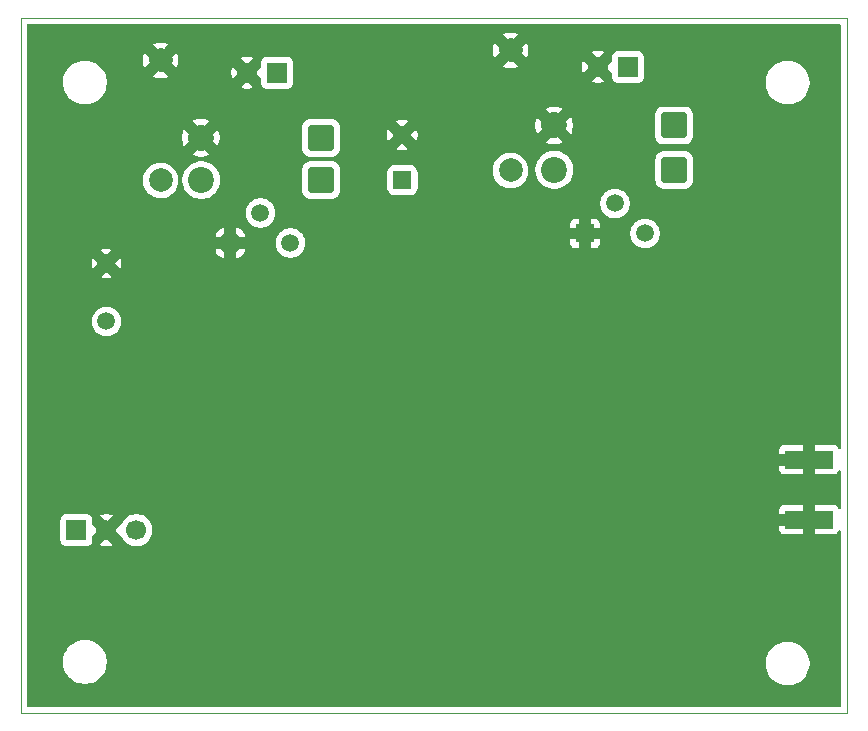
<source format=gbr>
%TF.GenerationSoftware,KiCad,Pcbnew,9.0.5*%
%TF.CreationDate,2025-10-20T09:35:52-03:00*%
%TF.ProjectId,synthesizer,73796e74-6865-4736-997a-65722e6b6963,rev?*%
%TF.SameCoordinates,Original*%
%TF.FileFunction,Copper,L2,Bot*%
%TF.FilePolarity,Positive*%
%FSLAX46Y46*%
G04 Gerber Fmt 4.6, Leading zero omitted, Abs format (unit mm)*
G04 Created by KiCad (PCBNEW 9.0.5) date 2025-10-20 09:35:52*
%MOMM*%
%LPD*%
G01*
G04 APERTURE LIST*
G04 Aperture macros list*
%AMRoundRect*
0 Rectangle with rounded corners*
0 $1 Rounding radius*
0 $2 $3 $4 $5 $6 $7 $8 $9 X,Y pos of 4 corners*
0 Add a 4 corners polygon primitive as box body*
4,1,4,$2,$3,$4,$5,$6,$7,$8,$9,$2,$3,0*
0 Add four circle primitives for the rounded corners*
1,1,$1+$1,$2,$3*
1,1,$1+$1,$4,$5*
1,1,$1+$1,$6,$7*
1,1,$1+$1,$8,$9*
0 Add four rect primitives between the rounded corners*
20,1,$1+$1,$2,$3,$4,$5,0*
20,1,$1+$1,$4,$5,$6,$7,0*
20,1,$1+$1,$6,$7,$8,$9,0*
20,1,$1+$1,$8,$9,$2,$3,0*%
G04 Aperture macros list end*
%TA.AperFunction,SMDPad,CuDef*%
%ADD10R,4.060000X1.520000*%
%TD*%
%TA.AperFunction,ComponentPad*%
%ADD11RoundRect,0.249999X0.850001X0.850001X-0.850001X0.850001X-0.850001X-0.850001X0.850001X-0.850001X0*%
%TD*%
%TA.AperFunction,ComponentPad*%
%ADD12C,2.200000*%
%TD*%
%TA.AperFunction,ComponentPad*%
%ADD13C,2.000000*%
%TD*%
%TA.AperFunction,ComponentPad*%
%ADD14R,1.500000X1.500000*%
%TD*%
%TA.AperFunction,ComponentPad*%
%ADD15C,1.500000*%
%TD*%
%TA.AperFunction,ComponentPad*%
%ADD16RoundRect,0.250000X0.550000X-0.550000X0.550000X0.550000X-0.550000X0.550000X-0.550000X-0.550000X0*%
%TD*%
%TA.AperFunction,ComponentPad*%
%ADD17C,1.600000*%
%TD*%
%TA.AperFunction,ComponentPad*%
%ADD18RoundRect,0.250000X-0.500000X-0.500000X0.500000X-0.500000X0.500000X0.500000X-0.500000X0.500000X0*%
%TD*%
%TA.AperFunction,ComponentPad*%
%ADD19R,1.700000X1.700000*%
%TD*%
%TA.AperFunction,ComponentPad*%
%ADD20C,1.700000*%
%TD*%
%TA.AperFunction,ViaPad*%
%ADD21C,0.600000*%
%TD*%
%TA.AperFunction,ViaPad*%
%ADD22C,2.500000*%
%TD*%
%TA.AperFunction,Profile*%
%ADD23C,0.050000*%
%TD*%
G04 APERTURE END LIST*
D10*
%TO.P,J5,4*%
%TO.N,GND*%
X211790200Y-106752900D03*
%TO.P,J5,5*%
X211790200Y-101672900D03*
%TD*%
D11*
%TO.P,D5,1,K*%
%TO.N,+12V*%
X170510200Y-78002651D03*
D12*
%TO.P,D5,2,A*%
%TO.N,Net-(D5-A)*%
X160350200Y-78002651D03*
%TD*%
D13*
%TO.P,R6,1*%
%TO.N,Net-(D5-A)*%
X156921200Y-78028800D03*
%TO.P,R6,2*%
%TO.N,GND*%
X156921200Y-67868800D03*
%TD*%
D11*
%TO.P,D1,1,K*%
%TO.N,+12V*%
X170484800Y-74421251D03*
D12*
%TO.P,D1,2,A*%
%TO.N,GND*%
X160324800Y-74421251D03*
%TD*%
D14*
%TO.P,D7,1,K*%
%TO.N,GND*%
X192836800Y-82524600D03*
D15*
%TO.P,D7,2,G*%
%TO.N,Net-(D3-A)*%
X195376800Y-79984600D03*
%TO.P,D7,3,A*%
%TO.N,+5V*%
X197916800Y-82524600D03*
%TD*%
D16*
%TO.P,C15,1*%
%TO.N,+12V*%
X177368200Y-78002651D03*
D17*
%TO.P,C15,2*%
%TO.N,GND*%
X177368200Y-74202651D03*
%TD*%
D18*
%TO.P,D8,1,K*%
%TO.N,GND*%
X162814000Y-83336651D03*
D15*
%TO.P,D8,2,G*%
%TO.N,Net-(D5-A)*%
X165354000Y-80796651D03*
%TO.P,D8,3,A*%
%TO.N,+12V*%
X167894000Y-83336651D03*
%TD*%
D19*
%TO.P,J2,1,Pin_1*%
%TO.N,+5V*%
X196469000Y-68427600D03*
D20*
%TO.P,J2,2,Pin_2*%
%TO.N,GND*%
X193929000Y-68427600D03*
%TD*%
D15*
%TO.P,Crystal1,1,1*%
%TO.N,Net-(SP1-Crystal)*%
X152323800Y-89966800D03*
%TO.P,Crystal1,2,2*%
%TO.N,GND*%
X152323800Y-85066800D03*
%TD*%
D11*
%TO.P,D3,1,K*%
%TO.N,+5V*%
X200406000Y-77139800D03*
D12*
%TO.P,D3,2,A*%
%TO.N,Net-(D3-A)*%
X190246000Y-77139800D03*
%TD*%
D19*
%TO.P,J4,1,Pin_1*%
%TO.N,+12V*%
X166776400Y-68909451D03*
D20*
%TO.P,J4,2,Pin_2*%
%TO.N,GND*%
X164236400Y-68909451D03*
%TD*%
D13*
%TO.P,R7,1*%
%TO.N,Net-(D3-A)*%
X186537600Y-77190600D03*
%TO.P,R7,2*%
%TO.N,GND*%
X186537600Y-67030600D03*
%TD*%
D11*
%TO.P,D2,1,K*%
%TO.N,+5V*%
X200380600Y-73380600D03*
D12*
%TO.P,D2,2,A*%
%TO.N,GND*%
X190220600Y-73380600D03*
%TD*%
D19*
%TO.P,J1,1,Pin_1*%
%TO.N,Net-(J1-Pin_1)*%
X149777000Y-107643000D03*
D20*
%TO.P,J1,2,Pin_2*%
%TO.N,GND*%
X152317000Y-107643000D03*
%TO.P,J1,3,Pin_3*%
%TO.N,Net-(J1-Pin_3)*%
X154857000Y-107643000D03*
%TD*%
D21*
%TO.N,GND*%
X201853800Y-105638600D03*
X199817900Y-101219000D03*
X182788400Y-82800000D03*
X207949800Y-105638600D03*
X208813400Y-100457000D03*
X196688400Y-112200000D03*
X213385400Y-99695000D03*
X207187800Y-105638600D03*
X188814075Y-104698800D03*
X147400000Y-91111600D03*
X204901800Y-105638600D03*
X208711800Y-105638600D03*
X173488400Y-86700000D03*
X209575400Y-99695000D03*
X205600000Y-85000000D03*
X188004450Y-104698800D03*
X211124800Y-108788200D03*
X201930000Y-102768400D03*
X180200000Y-86700000D03*
X207264000Y-102768400D03*
X208813400Y-101219000D03*
X178536600Y-103860600D03*
X199644000Y-102768400D03*
X209600800Y-108788200D03*
X204139800Y-105638600D03*
X169011600Y-103860600D03*
X187207525Y-101752400D03*
X198043800Y-105638600D03*
X173888400Y-109575600D03*
X183969025Y-101752400D03*
X186397900Y-101752400D03*
X205663800Y-105638600D03*
X197281800Y-105638600D03*
X187194825Y-104698800D03*
X201168000Y-102768400D03*
X208838800Y-107899200D03*
X188017150Y-101752400D03*
X185575575Y-104698800D03*
X211886800Y-108788200D03*
X208838800Y-107137200D03*
X147400000Y-84400000D03*
X213410800Y-108788200D03*
X189500000Y-82800000D03*
X183146700Y-104698800D03*
X200329800Y-105638600D03*
X183159400Y-101752400D03*
X173800000Y-104200000D03*
X184778650Y-101752400D03*
X186385200Y-104698800D03*
X212648800Y-108788200D03*
X180600000Y-109575600D03*
X183956325Y-104698800D03*
X203454000Y-102768400D03*
X212623400Y-99695000D03*
X199567800Y-105638600D03*
X173800000Y-102300000D03*
X211861400Y-99695000D03*
X185588275Y-101752400D03*
X210337400Y-99695000D03*
D22*
X193725800Y-103462900D03*
D21*
X208838800Y-108635800D03*
X169341800Y-108700000D03*
X208838800Y-106375200D03*
X184765950Y-104698800D03*
X183100000Y-98100000D03*
X206502000Y-102768400D03*
X198120000Y-102768400D03*
X202692000Y-102768400D03*
X205740000Y-102768400D03*
X205600000Y-91711600D03*
X189636400Y-101752400D03*
X208813400Y-101981000D03*
X201091800Y-105638600D03*
X202615800Y-105638600D03*
X206425800Y-105638600D03*
X176388400Y-98100000D03*
X203400000Y-112200000D03*
X203377800Y-105638600D03*
X178511200Y-102082600D03*
X200406000Y-102768400D03*
X204216000Y-102768400D03*
X211099400Y-99695000D03*
X208026000Y-102768400D03*
X187561400Y-106070400D03*
X168706800Y-102590600D03*
X200330600Y-90017600D03*
X198805800Y-105638600D03*
X177234600Y-107333800D03*
X173888400Y-116400000D03*
X210362800Y-108788200D03*
X208813400Y-99695000D03*
X208788000Y-102768400D03*
X204978000Y-102768400D03*
X188826775Y-101752400D03*
X180600000Y-116400000D03*
X198882000Y-102768400D03*
%TD*%
%TA.AperFunction,Conductor*%
%TO.N,GND*%
G36*
X214453539Y-64782185D02*
G01*
X214499294Y-64834989D01*
X214510500Y-64886500D01*
X214510500Y-100645614D01*
X214490815Y-100712653D01*
X214438011Y-100758408D01*
X214368853Y-100768352D01*
X214305297Y-100739327D01*
X214270318Y-100688948D01*
X214263553Y-100670812D01*
X214263550Y-100670806D01*
X214177390Y-100555712D01*
X214177387Y-100555709D01*
X214062293Y-100469549D01*
X214062286Y-100469545D01*
X213927579Y-100419303D01*
X213927572Y-100419301D01*
X213868044Y-100412900D01*
X212290200Y-100412900D01*
X212290200Y-102932900D01*
X213868028Y-102932900D01*
X213868044Y-102932899D01*
X213927572Y-102926498D01*
X213927579Y-102926496D01*
X214062286Y-102876254D01*
X214062293Y-102876250D01*
X214177387Y-102790090D01*
X214177390Y-102790087D01*
X214263550Y-102674993D01*
X214263554Y-102674986D01*
X214270318Y-102656852D01*
X214312189Y-102600918D01*
X214377653Y-102576501D01*
X214445926Y-102591352D01*
X214495332Y-102640757D01*
X214510500Y-102700185D01*
X214510500Y-105725614D01*
X214490815Y-105792653D01*
X214438011Y-105838408D01*
X214368853Y-105848352D01*
X214305297Y-105819327D01*
X214270318Y-105768948D01*
X214263553Y-105750812D01*
X214263550Y-105750806D01*
X214177390Y-105635712D01*
X214177387Y-105635709D01*
X214062293Y-105549549D01*
X214062286Y-105549545D01*
X213927579Y-105499303D01*
X213927572Y-105499301D01*
X213868044Y-105492900D01*
X212290200Y-105492900D01*
X212290200Y-108012900D01*
X213868028Y-108012900D01*
X213868044Y-108012899D01*
X213927572Y-108006498D01*
X213927579Y-108006496D01*
X214062286Y-107956254D01*
X214062293Y-107956250D01*
X214177387Y-107870090D01*
X214177390Y-107870087D01*
X214263550Y-107754993D01*
X214263554Y-107754986D01*
X214270318Y-107736852D01*
X214312189Y-107680918D01*
X214377653Y-107656501D01*
X214445926Y-107671352D01*
X214495332Y-107720757D01*
X214510500Y-107780185D01*
X214510500Y-122528100D01*
X214490815Y-122595139D01*
X214438011Y-122640894D01*
X214386500Y-122652100D01*
X145709300Y-122652100D01*
X145642261Y-122632415D01*
X145596506Y-122579611D01*
X145585300Y-122528100D01*
X145585300Y-118678711D01*
X148649500Y-118678711D01*
X148649500Y-118921288D01*
X148681161Y-119161785D01*
X148743947Y-119396104D01*
X148836773Y-119620205D01*
X148836776Y-119620212D01*
X148958064Y-119830289D01*
X148958066Y-119830292D01*
X148958067Y-119830293D01*
X149105733Y-120022736D01*
X149105739Y-120022743D01*
X149277256Y-120194260D01*
X149277262Y-120194265D01*
X149469711Y-120341936D01*
X149679788Y-120463224D01*
X149903900Y-120556054D01*
X150138211Y-120618838D01*
X150318586Y-120642584D01*
X150378711Y-120650500D01*
X150378712Y-120650500D01*
X150621289Y-120650500D01*
X150669388Y-120644167D01*
X150861789Y-120618838D01*
X151096100Y-120556054D01*
X151320212Y-120463224D01*
X151530289Y-120341936D01*
X151722738Y-120194265D01*
X151894265Y-120022738D01*
X152041936Y-119830289D01*
X152163224Y-119620212D01*
X152256054Y-119396100D01*
X152318838Y-119161789D01*
X152350500Y-118921288D01*
X152350500Y-118805711D01*
X208149500Y-118805711D01*
X208149500Y-119048288D01*
X208181161Y-119288785D01*
X208243947Y-119523104D01*
X208336773Y-119747205D01*
X208336776Y-119747212D01*
X208458064Y-119957289D01*
X208458066Y-119957292D01*
X208458067Y-119957293D01*
X208605733Y-120149736D01*
X208605739Y-120149743D01*
X208777256Y-120321260D01*
X208777262Y-120321265D01*
X208969711Y-120468936D01*
X209179788Y-120590224D01*
X209403900Y-120683054D01*
X209638211Y-120745838D01*
X209818586Y-120769584D01*
X209878711Y-120777500D01*
X209878712Y-120777500D01*
X210121289Y-120777500D01*
X210169388Y-120771167D01*
X210361789Y-120745838D01*
X210596100Y-120683054D01*
X210820212Y-120590224D01*
X211030289Y-120468936D01*
X211222738Y-120321265D01*
X211394265Y-120149738D01*
X211541936Y-119957289D01*
X211663224Y-119747212D01*
X211756054Y-119523100D01*
X211818838Y-119288789D01*
X211850500Y-119048288D01*
X211850500Y-118805712D01*
X211818838Y-118565211D01*
X211756054Y-118330900D01*
X211663224Y-118106788D01*
X211541936Y-117896711D01*
X211394265Y-117704262D01*
X211394260Y-117704256D01*
X211222743Y-117532739D01*
X211222736Y-117532733D01*
X211030293Y-117385067D01*
X211030292Y-117385066D01*
X211030289Y-117385064D01*
X210820212Y-117263776D01*
X210820205Y-117263773D01*
X210596104Y-117170947D01*
X210361785Y-117108161D01*
X210121289Y-117076500D01*
X210121288Y-117076500D01*
X209878712Y-117076500D01*
X209878711Y-117076500D01*
X209638214Y-117108161D01*
X209403895Y-117170947D01*
X209179794Y-117263773D01*
X209179785Y-117263777D01*
X208969706Y-117385067D01*
X208777263Y-117532733D01*
X208777256Y-117532739D01*
X208605739Y-117704256D01*
X208605733Y-117704263D01*
X208458067Y-117896706D01*
X208336777Y-118106785D01*
X208336773Y-118106794D01*
X208243947Y-118330895D01*
X208181161Y-118565214D01*
X208149500Y-118805711D01*
X152350500Y-118805711D01*
X152350500Y-118678712D01*
X152318838Y-118438211D01*
X152256054Y-118203900D01*
X152163224Y-117979788D01*
X152041936Y-117769711D01*
X151894265Y-117577262D01*
X151894260Y-117577256D01*
X151722743Y-117405739D01*
X151722736Y-117405733D01*
X151530293Y-117258067D01*
X151530292Y-117258066D01*
X151530289Y-117258064D01*
X151320212Y-117136776D01*
X151251132Y-117108162D01*
X151096104Y-117043947D01*
X150861785Y-116981161D01*
X150621289Y-116949500D01*
X150621288Y-116949500D01*
X150378712Y-116949500D01*
X150378711Y-116949500D01*
X150138214Y-116981161D01*
X149903895Y-117043947D01*
X149679794Y-117136773D01*
X149679785Y-117136777D01*
X149469706Y-117258067D01*
X149277263Y-117405733D01*
X149277256Y-117405739D01*
X149105739Y-117577256D01*
X149105733Y-117577263D01*
X148958067Y-117769706D01*
X148836777Y-117979785D01*
X148836773Y-117979794D01*
X148743947Y-118203895D01*
X148681161Y-118438214D01*
X148649500Y-118678711D01*
X145585300Y-118678711D01*
X145585300Y-106745135D01*
X148426500Y-106745135D01*
X148426500Y-108540870D01*
X148426501Y-108540876D01*
X148432908Y-108600483D01*
X148483202Y-108735328D01*
X148483206Y-108735335D01*
X148569452Y-108850544D01*
X148569455Y-108850547D01*
X148684664Y-108936793D01*
X148684671Y-108936797D01*
X148819517Y-108987091D01*
X148819516Y-108987091D01*
X148826444Y-108987835D01*
X148879127Y-108993500D01*
X150674872Y-108993499D01*
X150734483Y-108987091D01*
X150869331Y-108936796D01*
X150937992Y-108885396D01*
X151781708Y-108885396D01*
X151798780Y-108894094D01*
X152000871Y-108959757D01*
X152210754Y-108993000D01*
X152423246Y-108993000D01*
X152633127Y-108959757D01*
X152633130Y-108959757D01*
X152835218Y-108894094D01*
X152835220Y-108894093D01*
X152852289Y-108885395D01*
X152852290Y-108885395D01*
X152317001Y-108350106D01*
X152317000Y-108350106D01*
X151781708Y-108885396D01*
X150937992Y-108885396D01*
X150984546Y-108850546D01*
X151070796Y-108735331D01*
X151121091Y-108600483D01*
X151127500Y-108540873D01*
X151127499Y-108176753D01*
X151147183Y-108109717D01*
X151163818Y-108089075D01*
X151609894Y-107643000D01*
X151544068Y-107577174D01*
X151817000Y-107577174D01*
X151817000Y-107708826D01*
X151851075Y-107835993D01*
X151916901Y-107950007D01*
X152009993Y-108043099D01*
X152124007Y-108108925D01*
X152251174Y-108143000D01*
X152382826Y-108143000D01*
X152509993Y-108108925D01*
X152624007Y-108043099D01*
X152717099Y-107950007D01*
X152782925Y-107835993D01*
X152817000Y-107708826D01*
X152817000Y-107642999D01*
X153024106Y-107642999D01*
X153024106Y-107643000D01*
X153572082Y-108190977D01*
X153590269Y-108193327D01*
X153643722Y-108238321D01*
X153650862Y-108250552D01*
X153701951Y-108350820D01*
X153826890Y-108522786D01*
X153977213Y-108673109D01*
X154149179Y-108798048D01*
X154149181Y-108798049D01*
X154149184Y-108798051D01*
X154338588Y-108894557D01*
X154540757Y-108960246D01*
X154750713Y-108993500D01*
X154750714Y-108993500D01*
X154963286Y-108993500D01*
X154963287Y-108993500D01*
X155173243Y-108960246D01*
X155375412Y-108894557D01*
X155564816Y-108798051D01*
X155651138Y-108735335D01*
X155736786Y-108673109D01*
X155736788Y-108673106D01*
X155736792Y-108673104D01*
X155887104Y-108522792D01*
X155887106Y-108522788D01*
X155887109Y-108522786D01*
X156012048Y-108350820D01*
X156012047Y-108350820D01*
X156012051Y-108350816D01*
X156108557Y-108161412D01*
X156174246Y-107959243D01*
X156207500Y-107749287D01*
X156207500Y-107560744D01*
X209260200Y-107560744D01*
X209266601Y-107620272D01*
X209266603Y-107620279D01*
X209316845Y-107754986D01*
X209316849Y-107754993D01*
X209403009Y-107870087D01*
X209403012Y-107870090D01*
X209518106Y-107956250D01*
X209518113Y-107956254D01*
X209652820Y-108006496D01*
X209652827Y-108006498D01*
X209712355Y-108012899D01*
X209712372Y-108012900D01*
X211290200Y-108012900D01*
X211290200Y-107252900D01*
X209260200Y-107252900D01*
X209260200Y-107560744D01*
X156207500Y-107560744D01*
X156207500Y-107536713D01*
X156174246Y-107326757D01*
X156108557Y-107124588D01*
X156108555Y-107124585D01*
X156108555Y-107124583D01*
X156055705Y-107020861D01*
X156012051Y-106935184D01*
X156012049Y-106935181D01*
X156012048Y-106935179D01*
X155887109Y-106763213D01*
X155736786Y-106612890D01*
X155564820Y-106487951D01*
X155375414Y-106391444D01*
X155375413Y-106391443D01*
X155375412Y-106391443D01*
X155173243Y-106325754D01*
X155173241Y-106325753D01*
X155173240Y-106325753D01*
X155011957Y-106300208D01*
X154963287Y-106292500D01*
X154750713Y-106292500D01*
X154702042Y-106300208D01*
X154540760Y-106325753D01*
X154338585Y-106391444D01*
X154149179Y-106487951D01*
X153977213Y-106612890D01*
X153826890Y-106763213D01*
X153701949Y-106935182D01*
X153650861Y-107035447D01*
X153602887Y-107086242D01*
X153573614Y-107093490D01*
X153024106Y-107642999D01*
X152817000Y-107642999D01*
X152817000Y-107577174D01*
X152782925Y-107450007D01*
X152717099Y-107335993D01*
X152624007Y-107242901D01*
X152509993Y-107177075D01*
X152382826Y-107143000D01*
X152251174Y-107143000D01*
X152124007Y-107177075D01*
X152009993Y-107242901D01*
X151916901Y-107335993D01*
X151851075Y-107450007D01*
X151817000Y-107577174D01*
X151544068Y-107577174D01*
X151163818Y-107196924D01*
X151130333Y-107135601D01*
X151127499Y-107109243D01*
X151127499Y-106745129D01*
X151127498Y-106745123D01*
X151127497Y-106745116D01*
X151121091Y-106685517D01*
X151070796Y-106550669D01*
X150984546Y-106435454D01*
X150937991Y-106400603D01*
X151781709Y-106400603D01*
X152317000Y-106935894D01*
X152317001Y-106935894D01*
X152852290Y-106400603D01*
X152852289Y-106400602D01*
X152835225Y-106391908D01*
X152835213Y-106391903D01*
X152633128Y-106326242D01*
X152423246Y-106293000D01*
X152210754Y-106293000D01*
X152000872Y-106326242D01*
X152000869Y-106326242D01*
X151798783Y-106391904D01*
X151781709Y-106400603D01*
X150937991Y-106400603D01*
X150937990Y-106400602D01*
X150869335Y-106349206D01*
X150869328Y-106349202D01*
X150734482Y-106298908D01*
X150734483Y-106298908D01*
X150674883Y-106292501D01*
X150674881Y-106292500D01*
X150674873Y-106292500D01*
X150674864Y-106292500D01*
X148879129Y-106292500D01*
X148879123Y-106292501D01*
X148819516Y-106298908D01*
X148684671Y-106349202D01*
X148684664Y-106349206D01*
X148569455Y-106435452D01*
X148569452Y-106435455D01*
X148483206Y-106550664D01*
X148483202Y-106550671D01*
X148432908Y-106685517D01*
X148426501Y-106745116D01*
X148426501Y-106745123D01*
X148426500Y-106745135D01*
X145585300Y-106745135D01*
X145585300Y-105945055D01*
X209260200Y-105945055D01*
X209260200Y-106252900D01*
X211290200Y-106252900D01*
X211290200Y-105492900D01*
X209712355Y-105492900D01*
X209652827Y-105499301D01*
X209652820Y-105499303D01*
X209518113Y-105549545D01*
X209518106Y-105549549D01*
X209403012Y-105635709D01*
X209403009Y-105635712D01*
X209316849Y-105750806D01*
X209316845Y-105750813D01*
X209266603Y-105885520D01*
X209266601Y-105885527D01*
X209260200Y-105945055D01*
X145585300Y-105945055D01*
X145585300Y-102480744D01*
X209260200Y-102480744D01*
X209266601Y-102540272D01*
X209266603Y-102540279D01*
X209316845Y-102674986D01*
X209316849Y-102674993D01*
X209403009Y-102790087D01*
X209403012Y-102790090D01*
X209518106Y-102876250D01*
X209518113Y-102876254D01*
X209652820Y-102926496D01*
X209652827Y-102926498D01*
X209712355Y-102932899D01*
X209712372Y-102932900D01*
X211290200Y-102932900D01*
X211290200Y-102172900D01*
X209260200Y-102172900D01*
X209260200Y-102480744D01*
X145585300Y-102480744D01*
X145585300Y-100865055D01*
X209260200Y-100865055D01*
X209260200Y-101172900D01*
X211290200Y-101172900D01*
X211290200Y-100412900D01*
X209712355Y-100412900D01*
X209652827Y-100419301D01*
X209652820Y-100419303D01*
X209518113Y-100469545D01*
X209518106Y-100469549D01*
X209403012Y-100555709D01*
X209403009Y-100555712D01*
X209316849Y-100670806D01*
X209316845Y-100670813D01*
X209266603Y-100805520D01*
X209266601Y-100805527D01*
X209260200Y-100865055D01*
X145585300Y-100865055D01*
X145585300Y-89868377D01*
X151073300Y-89868377D01*
X151073300Y-90065222D01*
X151104090Y-90259626D01*
X151164917Y-90446829D01*
X151254276Y-90622205D01*
X151369972Y-90781446D01*
X151509154Y-90920628D01*
X151668395Y-91036324D01*
X151751255Y-91078543D01*
X151843770Y-91125682D01*
X151843772Y-91125682D01*
X151843775Y-91125684D01*
X151944117Y-91158287D01*
X152030973Y-91186509D01*
X152225378Y-91217300D01*
X152225383Y-91217300D01*
X152422222Y-91217300D01*
X152616626Y-91186509D01*
X152803825Y-91125684D01*
X152979205Y-91036324D01*
X153138446Y-90920628D01*
X153277628Y-90781446D01*
X153393324Y-90622205D01*
X153482684Y-90446825D01*
X153543509Y-90259626D01*
X153574300Y-90065222D01*
X153574300Y-89868377D01*
X153543509Y-89673973D01*
X153482682Y-89486770D01*
X153393323Y-89311394D01*
X153277628Y-89152154D01*
X153138446Y-89012972D01*
X152979205Y-88897276D01*
X152803829Y-88807917D01*
X152616626Y-88747090D01*
X152422222Y-88716300D01*
X152422217Y-88716300D01*
X152225383Y-88716300D01*
X152225378Y-88716300D01*
X152030973Y-88747090D01*
X151843770Y-88807917D01*
X151668394Y-88897276D01*
X151577541Y-88963285D01*
X151509154Y-89012972D01*
X151509152Y-89012974D01*
X151509151Y-89012974D01*
X151369974Y-89152151D01*
X151369974Y-89152152D01*
X151369972Y-89152154D01*
X151320285Y-89220541D01*
X151254276Y-89311394D01*
X151164917Y-89486770D01*
X151104090Y-89673973D01*
X151073300Y-89868377D01*
X145585300Y-89868377D01*
X145585300Y-86232214D01*
X151865491Y-86232214D01*
X152031094Y-86286021D01*
X152225418Y-86316800D01*
X152422182Y-86316800D01*
X152616503Y-86286021D01*
X152782107Y-86232213D01*
X152323801Y-85773906D01*
X152323800Y-85773906D01*
X151865491Y-86232214D01*
X145585300Y-86232214D01*
X145585300Y-84968417D01*
X151073800Y-84968417D01*
X151073800Y-85165182D01*
X151104579Y-85359510D01*
X151104579Y-85359513D01*
X151158384Y-85525107D01*
X151158385Y-85525107D01*
X151616693Y-85066800D01*
X151564032Y-85014139D01*
X151923800Y-85014139D01*
X151923800Y-85119461D01*
X151951059Y-85221194D01*
X152003720Y-85312406D01*
X152078194Y-85386880D01*
X152169406Y-85439541D01*
X152271139Y-85466800D01*
X152376461Y-85466800D01*
X152478194Y-85439541D01*
X152569406Y-85386880D01*
X152643880Y-85312406D01*
X152696541Y-85221194D01*
X152723800Y-85119461D01*
X152723800Y-85066800D01*
X153030906Y-85066800D01*
X153489213Y-85525106D01*
X153543021Y-85359503D01*
X153573800Y-85165182D01*
X153573800Y-84968417D01*
X153543021Y-84774094D01*
X153543021Y-84774093D01*
X153489214Y-84608491D01*
X153030906Y-85066800D01*
X152723800Y-85066800D01*
X152723800Y-85014139D01*
X152696541Y-84912406D01*
X152643880Y-84821194D01*
X152569406Y-84746720D01*
X152478194Y-84694059D01*
X152376461Y-84666800D01*
X152271139Y-84666800D01*
X152169406Y-84694059D01*
X152078194Y-84746720D01*
X152003720Y-84821194D01*
X151951059Y-84912406D01*
X151923800Y-85014139D01*
X151564032Y-85014139D01*
X151158384Y-84608491D01*
X151104579Y-84774089D01*
X151073800Y-84968417D01*
X145585300Y-84968417D01*
X145585300Y-83901384D01*
X151865491Y-83901384D01*
X152323800Y-84359693D01*
X152323801Y-84359693D01*
X152782107Y-83901385D01*
X152782107Y-83901384D01*
X152736720Y-83886637D01*
X161564001Y-83886637D01*
X161574494Y-83989348D01*
X161629641Y-84155770D01*
X161629643Y-84155775D01*
X161721684Y-84304996D01*
X161845654Y-84428966D01*
X161994875Y-84521007D01*
X161994880Y-84521009D01*
X162161302Y-84576156D01*
X162161309Y-84576157D01*
X162264019Y-84586650D01*
X163314000Y-84586650D01*
X163363972Y-84586650D01*
X163363986Y-84586649D01*
X163466697Y-84576156D01*
X163633119Y-84521009D01*
X163633124Y-84521007D01*
X163782345Y-84428966D01*
X163906315Y-84304996D01*
X163998356Y-84155775D01*
X163998358Y-84155770D01*
X164053505Y-83989348D01*
X164053506Y-83989341D01*
X164063999Y-83886637D01*
X164064000Y-83886624D01*
X164064000Y-83836651D01*
X163314000Y-83836651D01*
X163314000Y-84586650D01*
X162264019Y-84586650D01*
X162313999Y-84586649D01*
X162314000Y-84586649D01*
X162314000Y-83836651D01*
X161564001Y-83836651D01*
X161564001Y-83886637D01*
X152736720Y-83886637D01*
X152616511Y-83847579D01*
X152422182Y-83816800D01*
X152225418Y-83816800D01*
X152031089Y-83847579D01*
X151865491Y-83901384D01*
X145585300Y-83901384D01*
X145585300Y-83283990D01*
X162414000Y-83283990D01*
X162414000Y-83389312D01*
X162441259Y-83491045D01*
X162493920Y-83582257D01*
X162568394Y-83656731D01*
X162659606Y-83709392D01*
X162761339Y-83736651D01*
X162866661Y-83736651D01*
X162968394Y-83709392D01*
X163059606Y-83656731D01*
X163134080Y-83582257D01*
X163186741Y-83491045D01*
X163214000Y-83389312D01*
X163214000Y-83283990D01*
X163201738Y-83238228D01*
X166643500Y-83238228D01*
X166643500Y-83435073D01*
X166674290Y-83629477D01*
X166735117Y-83816680D01*
X166778277Y-83901385D01*
X166824476Y-83992056D01*
X166940172Y-84151297D01*
X167079354Y-84290479D01*
X167238595Y-84406175D01*
X167321455Y-84448394D01*
X167413970Y-84495533D01*
X167413972Y-84495533D01*
X167413975Y-84495535D01*
X167514317Y-84528138D01*
X167601173Y-84556360D01*
X167795578Y-84587151D01*
X167795583Y-84587151D01*
X167992422Y-84587151D01*
X168186826Y-84556360D01*
X168374025Y-84495535D01*
X168549405Y-84406175D01*
X168708646Y-84290479D01*
X168847828Y-84151297D01*
X168963524Y-83992056D01*
X169052884Y-83816676D01*
X169113709Y-83629477D01*
X169119308Y-83594124D01*
X169144500Y-83435073D01*
X169144500Y-83322444D01*
X191586800Y-83322444D01*
X191593201Y-83381972D01*
X191593203Y-83381979D01*
X191643445Y-83516686D01*
X191643449Y-83516693D01*
X191729609Y-83631787D01*
X191729612Y-83631790D01*
X191844706Y-83717950D01*
X191844713Y-83717954D01*
X191979420Y-83768196D01*
X191979427Y-83768198D01*
X192038955Y-83774599D01*
X192038972Y-83774600D01*
X192336800Y-83774600D01*
X193336800Y-83774600D01*
X193634628Y-83774600D01*
X193634644Y-83774599D01*
X193694172Y-83768198D01*
X193694179Y-83768196D01*
X193828886Y-83717954D01*
X193828893Y-83717950D01*
X193943987Y-83631790D01*
X193943990Y-83631787D01*
X194030150Y-83516693D01*
X194030154Y-83516686D01*
X194080396Y-83381979D01*
X194080398Y-83381972D01*
X194086799Y-83322444D01*
X194086800Y-83322427D01*
X194086800Y-83024600D01*
X193336800Y-83024600D01*
X193336800Y-83774600D01*
X192336800Y-83774600D01*
X192336800Y-83024600D01*
X191586800Y-83024600D01*
X191586800Y-83322444D01*
X169144500Y-83322444D01*
X169144500Y-83238228D01*
X169121188Y-83091045D01*
X169113709Y-83043825D01*
X169113708Y-83043821D01*
X169113708Y-83043820D01*
X169103225Y-83011556D01*
X169052882Y-82856621D01*
X169005743Y-82764106D01*
X168963524Y-82681246D01*
X168847828Y-82522005D01*
X168797762Y-82471939D01*
X192436800Y-82471939D01*
X192436800Y-82577261D01*
X192464059Y-82678994D01*
X192516720Y-82770206D01*
X192591194Y-82844680D01*
X192682406Y-82897341D01*
X192784139Y-82924600D01*
X192889461Y-82924600D01*
X192991194Y-82897341D01*
X193082406Y-82844680D01*
X193156880Y-82770206D01*
X193209541Y-82678994D01*
X193236800Y-82577261D01*
X193236800Y-82471939D01*
X193224538Y-82426177D01*
X196666300Y-82426177D01*
X196666300Y-82623022D01*
X196697090Y-82817426D01*
X196757917Y-83004629D01*
X196847276Y-83180005D01*
X196962972Y-83339246D01*
X197102154Y-83478428D01*
X197261395Y-83594124D01*
X197330780Y-83629477D01*
X197436770Y-83683482D01*
X197436772Y-83683482D01*
X197436775Y-83683484D01*
X197516511Y-83709392D01*
X197623973Y-83744309D01*
X197818378Y-83775100D01*
X197818383Y-83775100D01*
X198015222Y-83775100D01*
X198209626Y-83744309D01*
X198396825Y-83683484D01*
X198572205Y-83594124D01*
X198731446Y-83478428D01*
X198870628Y-83339246D01*
X198986324Y-83180005D01*
X199075684Y-83004625D01*
X199136509Y-82817426D01*
X199158078Y-82681245D01*
X199167300Y-82623022D01*
X199167300Y-82426177D01*
X199136509Y-82231773D01*
X199101686Y-82124600D01*
X199075684Y-82044575D01*
X199075682Y-82044572D01*
X199075682Y-82044570D01*
X198986323Y-81869194D01*
X198984129Y-81866174D01*
X198870628Y-81709954D01*
X198731446Y-81570772D01*
X198572205Y-81455076D01*
X198566278Y-81452056D01*
X198396829Y-81365717D01*
X198209626Y-81304890D01*
X198015222Y-81274100D01*
X198015217Y-81274100D01*
X197818383Y-81274100D01*
X197818378Y-81274100D01*
X197623973Y-81304890D01*
X197436770Y-81365717D01*
X197261394Y-81455076D01*
X197170541Y-81521085D01*
X197102154Y-81570772D01*
X197102152Y-81570774D01*
X197102151Y-81570774D01*
X196962974Y-81709951D01*
X196962974Y-81709952D01*
X196962972Y-81709954D01*
X196950753Y-81726772D01*
X196847276Y-81869194D01*
X196757917Y-82044570D01*
X196697090Y-82231773D01*
X196666300Y-82426177D01*
X193224538Y-82426177D01*
X193209541Y-82370206D01*
X193156880Y-82278994D01*
X193082406Y-82204520D01*
X192991194Y-82151859D01*
X192889461Y-82124600D01*
X192784139Y-82124600D01*
X192682406Y-82151859D01*
X192591194Y-82204520D01*
X192516720Y-82278994D01*
X192464059Y-82370206D01*
X192436800Y-82471939D01*
X168797762Y-82471939D01*
X168708646Y-82382823D01*
X168549405Y-82267127D01*
X168504673Y-82244335D01*
X168374029Y-82177768D01*
X168186826Y-82116941D01*
X167992422Y-82086151D01*
X167992417Y-82086151D01*
X167795583Y-82086151D01*
X167795578Y-82086151D01*
X167601173Y-82116941D01*
X167413970Y-82177768D01*
X167238594Y-82267127D01*
X167147741Y-82333136D01*
X167079354Y-82382823D01*
X167079352Y-82382825D01*
X167079351Y-82382825D01*
X166940174Y-82522002D01*
X166940174Y-82522003D01*
X166940172Y-82522005D01*
X166900026Y-82577261D01*
X166824476Y-82681245D01*
X166735117Y-82856621D01*
X166674290Y-83043824D01*
X166643500Y-83238228D01*
X163201738Y-83238228D01*
X163186741Y-83182257D01*
X163134080Y-83091045D01*
X163059606Y-83016571D01*
X162968394Y-82963910D01*
X162866661Y-82936651D01*
X162761339Y-82936651D01*
X162659606Y-82963910D01*
X162568394Y-83016571D01*
X162493920Y-83091045D01*
X162441259Y-83182257D01*
X162414000Y-83283990D01*
X145585300Y-83283990D01*
X145585300Y-82786664D01*
X161564000Y-82786664D01*
X161564000Y-82836651D01*
X162314000Y-82836651D01*
X163314000Y-82836651D01*
X164063999Y-82836651D01*
X164063999Y-82786679D01*
X164063998Y-82786664D01*
X164053505Y-82683953D01*
X163998358Y-82517531D01*
X163998356Y-82517526D01*
X163906315Y-82368305D01*
X163782345Y-82244335D01*
X163633124Y-82152294D01*
X163633119Y-82152292D01*
X163466697Y-82097145D01*
X163466690Y-82097144D01*
X163363986Y-82086651D01*
X163314000Y-82086651D01*
X163314000Y-82836651D01*
X162314000Y-82836651D01*
X162314000Y-82086651D01*
X162313999Y-82086650D01*
X162264029Y-82086651D01*
X162264011Y-82086652D01*
X162161302Y-82097145D01*
X161994880Y-82152292D01*
X161994875Y-82152294D01*
X161845654Y-82244335D01*
X161721684Y-82368305D01*
X161629643Y-82517526D01*
X161629641Y-82517531D01*
X161574494Y-82683953D01*
X161574493Y-82683960D01*
X161564000Y-82786664D01*
X145585300Y-82786664D01*
X145585300Y-80698228D01*
X164103500Y-80698228D01*
X164103500Y-80895073D01*
X164134290Y-81089477D01*
X164195117Y-81276680D01*
X164266824Y-81417412D01*
X164284476Y-81452056D01*
X164400172Y-81611297D01*
X164539354Y-81750479D01*
X164698595Y-81866175D01*
X164781455Y-81908394D01*
X164873970Y-81955533D01*
X164873972Y-81955533D01*
X164873975Y-81955535D01*
X164974317Y-81988138D01*
X165061173Y-82016360D01*
X165255578Y-82047151D01*
X165255583Y-82047151D01*
X165452422Y-82047151D01*
X165646826Y-82016360D01*
X165834025Y-81955535D01*
X166009405Y-81866175D01*
X166168646Y-81750479D01*
X166192370Y-81726755D01*
X191586800Y-81726755D01*
X191586800Y-82024600D01*
X192336800Y-82024600D01*
X193336800Y-82024600D01*
X194086800Y-82024600D01*
X194086800Y-81726772D01*
X194086799Y-81726755D01*
X194080398Y-81667227D01*
X194080396Y-81667220D01*
X194030154Y-81532513D01*
X194030150Y-81532506D01*
X193943990Y-81417412D01*
X193943987Y-81417409D01*
X193828893Y-81331249D01*
X193828886Y-81331245D01*
X193694179Y-81281003D01*
X193694172Y-81281001D01*
X193634644Y-81274600D01*
X193336800Y-81274600D01*
X193336800Y-82024600D01*
X192336800Y-82024600D01*
X192336800Y-81274600D01*
X192038955Y-81274600D01*
X191979427Y-81281001D01*
X191979420Y-81281003D01*
X191844713Y-81331245D01*
X191844706Y-81331249D01*
X191729612Y-81417409D01*
X191729609Y-81417412D01*
X191643449Y-81532506D01*
X191643445Y-81532513D01*
X191593203Y-81667220D01*
X191593201Y-81667227D01*
X191586800Y-81726755D01*
X166192370Y-81726755D01*
X166307828Y-81611297D01*
X166423524Y-81452056D01*
X166512884Y-81276676D01*
X166573709Y-81089477D01*
X166579308Y-81054124D01*
X166604500Y-80895073D01*
X166604500Y-80698228D01*
X166573709Y-80503824D01*
X166512882Y-80316621D01*
X166423523Y-80141245D01*
X166307828Y-79982005D01*
X166212000Y-79886177D01*
X194126300Y-79886177D01*
X194126300Y-80083022D01*
X194157090Y-80277426D01*
X194217917Y-80464629D01*
X194307276Y-80640005D01*
X194422972Y-80799246D01*
X194562154Y-80938428D01*
X194721395Y-81054124D01*
X194790780Y-81089477D01*
X194896770Y-81143482D01*
X194896772Y-81143482D01*
X194896775Y-81143484D01*
X194997117Y-81176087D01*
X195083973Y-81204309D01*
X195278378Y-81235100D01*
X195278383Y-81235100D01*
X195475222Y-81235100D01*
X195669626Y-81204309D01*
X195856825Y-81143484D01*
X196032205Y-81054124D01*
X196191446Y-80938428D01*
X196330628Y-80799246D01*
X196446324Y-80640005D01*
X196535684Y-80464625D01*
X196596509Y-80277426D01*
X196618078Y-80141245D01*
X196627300Y-80083022D01*
X196627300Y-79886177D01*
X196596509Y-79691773D01*
X196564301Y-79592649D01*
X196535684Y-79504575D01*
X196535682Y-79504572D01*
X196535682Y-79504570D01*
X196467890Y-79371521D01*
X196446324Y-79329195D01*
X196330628Y-79169954D01*
X196191446Y-79030772D01*
X196032205Y-78915076D01*
X196007839Y-78902661D01*
X195856829Y-78825717D01*
X195669626Y-78764890D01*
X195475222Y-78734100D01*
X195475217Y-78734100D01*
X195278383Y-78734100D01*
X195278378Y-78734100D01*
X195083973Y-78764890D01*
X194896770Y-78825717D01*
X194721394Y-78915076D01*
X194630541Y-78981085D01*
X194562154Y-79030772D01*
X194562152Y-79030774D01*
X194562151Y-79030774D01*
X194422974Y-79169951D01*
X194422974Y-79169952D01*
X194422972Y-79169954D01*
X194373924Y-79237463D01*
X194307276Y-79329194D01*
X194217917Y-79504570D01*
X194157090Y-79691773D01*
X194126300Y-79886177D01*
X166212000Y-79886177D01*
X166168646Y-79842823D01*
X166009405Y-79727127D01*
X165834029Y-79637768D01*
X165646826Y-79576941D01*
X165452422Y-79546151D01*
X165452417Y-79546151D01*
X165255583Y-79546151D01*
X165255578Y-79546151D01*
X165061173Y-79576941D01*
X164873970Y-79637768D01*
X164698594Y-79727127D01*
X164607741Y-79793136D01*
X164539354Y-79842823D01*
X164539352Y-79842825D01*
X164539351Y-79842825D01*
X164400174Y-79982002D01*
X164400174Y-79982003D01*
X164400172Y-79982005D01*
X164350485Y-80050392D01*
X164284476Y-80141245D01*
X164195117Y-80316621D01*
X164134290Y-80503824D01*
X164103500Y-80698228D01*
X145585300Y-80698228D01*
X145585300Y-77910702D01*
X155420700Y-77910702D01*
X155420700Y-78146897D01*
X155457646Y-78380168D01*
X155530633Y-78604796D01*
X155612206Y-78764890D01*
X155637857Y-78815233D01*
X155776683Y-79006310D01*
X155943690Y-79173317D01*
X156134767Y-79312143D01*
X156234191Y-79362802D01*
X156345203Y-79419366D01*
X156345205Y-79419366D01*
X156345208Y-79419368D01*
X156465612Y-79458489D01*
X156569831Y-79492353D01*
X156803103Y-79529300D01*
X156803108Y-79529300D01*
X157039297Y-79529300D01*
X157272568Y-79492353D01*
X157292459Y-79485890D01*
X157497192Y-79419368D01*
X157707633Y-79312143D01*
X157898710Y-79173317D01*
X158065717Y-79006310D01*
X158204543Y-78815233D01*
X158311768Y-78604792D01*
X158384753Y-78380168D01*
X158396003Y-78309137D01*
X158421700Y-78146897D01*
X158421700Y-77910705D01*
X158418613Y-77891217D01*
X158418613Y-77891215D01*
X158416312Y-77876689D01*
X158749700Y-77876689D01*
X158749700Y-78128612D01*
X158789110Y-78377436D01*
X158866960Y-78617034D01*
X158929768Y-78740300D01*
X158973290Y-78825717D01*
X158981332Y-78841499D01*
X159129401Y-79045300D01*
X159129405Y-79045305D01*
X159307545Y-79223445D01*
X159307550Y-79223449D01*
X159453097Y-79329194D01*
X159511355Y-79371521D01*
X159654384Y-79444398D01*
X159735816Y-79485890D01*
X159735818Y-79485890D01*
X159735821Y-79485892D01*
X159975415Y-79563741D01*
X160224238Y-79603151D01*
X160224239Y-79603151D01*
X160476161Y-79603151D01*
X160476162Y-79603151D01*
X160724985Y-79563741D01*
X160964579Y-79485892D01*
X161189045Y-79371521D01*
X161392856Y-79223444D01*
X161570993Y-79045307D01*
X161719070Y-78841496D01*
X161833441Y-78617030D01*
X161911290Y-78377436D01*
X161950700Y-78128613D01*
X161950700Y-77876689D01*
X161911290Y-77627866D01*
X161833441Y-77388272D01*
X161833439Y-77388269D01*
X161833439Y-77388267D01*
X161719069Y-77163805D01*
X161719065Y-77163799D01*
X161674626Y-77102633D01*
X168909700Y-77102633D01*
X168909700Y-78902668D01*
X168920200Y-79005447D01*
X168966563Y-79145361D01*
X168975386Y-79171986D01*
X169067488Y-79321307D01*
X169191544Y-79445363D01*
X169340865Y-79537465D01*
X169507402Y-79592650D01*
X169610190Y-79603151D01*
X169610195Y-79603151D01*
X171410205Y-79603151D01*
X171410210Y-79603151D01*
X171512998Y-79592650D01*
X171679535Y-79537465D01*
X171828856Y-79445363D01*
X171952912Y-79321307D01*
X172045014Y-79171986D01*
X172100199Y-79005449D01*
X172110700Y-78902661D01*
X172110700Y-77402634D01*
X176067700Y-77402634D01*
X176067700Y-78602652D01*
X176067701Y-78602669D01*
X176078200Y-78705447D01*
X176078201Y-78705450D01*
X176097898Y-78764890D01*
X176133386Y-78871985D01*
X176225488Y-79021307D01*
X176349544Y-79145363D01*
X176498866Y-79237465D01*
X176665403Y-79292650D01*
X176768191Y-79303151D01*
X177968208Y-79303150D01*
X178070997Y-79292650D01*
X178237534Y-79237465D01*
X178386856Y-79145363D01*
X178510912Y-79021307D01*
X178603014Y-78871985D01*
X178658199Y-78705448D01*
X178668700Y-78602660D01*
X178668699Y-77402643D01*
X178667230Y-77388267D01*
X178658199Y-77299854D01*
X178658198Y-77299851D01*
X178646902Y-77265761D01*
X178603014Y-77133317D01*
X178565503Y-77072502D01*
X185037100Y-77072502D01*
X185037100Y-77308697D01*
X185074046Y-77541968D01*
X185147033Y-77766596D01*
X185254257Y-77977033D01*
X185393083Y-78168110D01*
X185560090Y-78335117D01*
X185751167Y-78473943D01*
X185819317Y-78508667D01*
X185961603Y-78581166D01*
X185961605Y-78581166D01*
X185961608Y-78581168D01*
X186071980Y-78617030D01*
X186186231Y-78654153D01*
X186419503Y-78691100D01*
X186419508Y-78691100D01*
X186655697Y-78691100D01*
X186888968Y-78654153D01*
X187113592Y-78581168D01*
X187324033Y-78473943D01*
X187515110Y-78335117D01*
X187682117Y-78168110D01*
X187820943Y-77977033D01*
X187928168Y-77766592D01*
X188001153Y-77541968D01*
X188005490Y-77514585D01*
X188038100Y-77308697D01*
X188038100Y-77072502D01*
X188031109Y-77028364D01*
X188028808Y-77013838D01*
X188645500Y-77013838D01*
X188645500Y-77265762D01*
X188652300Y-77308697D01*
X188684910Y-77514585D01*
X188762760Y-77754183D01*
X188877132Y-77978648D01*
X189025201Y-78182449D01*
X189025205Y-78182454D01*
X189203345Y-78360594D01*
X189203350Y-78360598D01*
X189359356Y-78473942D01*
X189407155Y-78508670D01*
X189549437Y-78581166D01*
X189631616Y-78623039D01*
X189631618Y-78623039D01*
X189631621Y-78623041D01*
X189871215Y-78700890D01*
X190120038Y-78740300D01*
X190120039Y-78740300D01*
X190371961Y-78740300D01*
X190371962Y-78740300D01*
X190620785Y-78700890D01*
X190860379Y-78623041D01*
X191084845Y-78508670D01*
X191288656Y-78360593D01*
X191466793Y-78182456D01*
X191614870Y-77978645D01*
X191729241Y-77754179D01*
X191807090Y-77514585D01*
X191846500Y-77265762D01*
X191846500Y-77013838D01*
X191807090Y-76765015D01*
X191729241Y-76525421D01*
X191729239Y-76525418D01*
X191729239Y-76525416D01*
X191614869Y-76300954D01*
X191614865Y-76300948D01*
X191570426Y-76239782D01*
X198805500Y-76239782D01*
X198805500Y-78039817D01*
X198816000Y-78142596D01*
X198871185Y-78309132D01*
X198871186Y-78309135D01*
X198963288Y-78458456D01*
X199087344Y-78582512D01*
X199236665Y-78674614D01*
X199403202Y-78729799D01*
X199505990Y-78740300D01*
X199505995Y-78740300D01*
X201306005Y-78740300D01*
X201306010Y-78740300D01*
X201408798Y-78729799D01*
X201575335Y-78674614D01*
X201724656Y-78582512D01*
X201848712Y-78458456D01*
X201940814Y-78309135D01*
X201995999Y-78142598D01*
X202006500Y-78039810D01*
X202006500Y-76239790D01*
X201995999Y-76137002D01*
X201940814Y-75970465D01*
X201848712Y-75821144D01*
X201724656Y-75697088D01*
X201575335Y-75604986D01*
X201408798Y-75549801D01*
X201408796Y-75549800D01*
X201306017Y-75539300D01*
X201306010Y-75539300D01*
X199505990Y-75539300D01*
X199505982Y-75539300D01*
X199403203Y-75549800D01*
X199403202Y-75549801D01*
X199320669Y-75577149D01*
X199236667Y-75604985D01*
X199236662Y-75604987D01*
X199087342Y-75697089D01*
X198963289Y-75821142D01*
X198871187Y-75970462D01*
X198871186Y-75970465D01*
X198816001Y-76137002D01*
X198816001Y-76137003D01*
X198816000Y-76137003D01*
X198805500Y-76239782D01*
X191570426Y-76239782D01*
X191466798Y-76097150D01*
X191466794Y-76097145D01*
X191288654Y-75919005D01*
X191288649Y-75919001D01*
X191084848Y-75770932D01*
X191084847Y-75770931D01*
X191084845Y-75770930D01*
X190998718Y-75727046D01*
X190860383Y-75656560D01*
X190620785Y-75578710D01*
X190371962Y-75539300D01*
X190120038Y-75539300D01*
X190053738Y-75549801D01*
X189871214Y-75578710D01*
X189631616Y-75656560D01*
X189407151Y-75770932D01*
X189203350Y-75919001D01*
X189203345Y-75919005D01*
X189025205Y-76097145D01*
X189025201Y-76097150D01*
X188877132Y-76300951D01*
X188762760Y-76525416D01*
X188684910Y-76765014D01*
X188674092Y-76833316D01*
X188645500Y-77013838D01*
X188028808Y-77013838D01*
X188001153Y-76839231D01*
X187967289Y-76735012D01*
X187928168Y-76614608D01*
X187928166Y-76614605D01*
X187928166Y-76614603D01*
X187825266Y-76412652D01*
X187820943Y-76404167D01*
X187682117Y-76213090D01*
X187515110Y-76046083D01*
X187324033Y-75907257D01*
X187317700Y-75904030D01*
X187113596Y-75800033D01*
X186888968Y-75727046D01*
X186655697Y-75690100D01*
X186655692Y-75690100D01*
X186419508Y-75690100D01*
X186419503Y-75690100D01*
X186186231Y-75727046D01*
X185961603Y-75800033D01*
X185751166Y-75907257D01*
X185664173Y-75970462D01*
X185560090Y-76046083D01*
X185560088Y-76046085D01*
X185560087Y-76046085D01*
X185393085Y-76213087D01*
X185393085Y-76213088D01*
X185393083Y-76213090D01*
X185373681Y-76239795D01*
X185254257Y-76404166D01*
X185147033Y-76614603D01*
X185074046Y-76839231D01*
X185037100Y-77072502D01*
X178565503Y-77072502D01*
X178510912Y-76983995D01*
X178386856Y-76859939D01*
X178237534Y-76767837D01*
X178070997Y-76712652D01*
X178070995Y-76712651D01*
X177968210Y-76702151D01*
X176768198Y-76702151D01*
X176768181Y-76702152D01*
X176665403Y-76712651D01*
X176665400Y-76712652D01*
X176498868Y-76767836D01*
X176498863Y-76767838D01*
X176349542Y-76859940D01*
X176225489Y-76983993D01*
X176133387Y-77133314D01*
X176133387Y-77133315D01*
X176133386Y-77133317D01*
X176078201Y-77299854D01*
X176078201Y-77299855D01*
X176078200Y-77299855D01*
X176067700Y-77402634D01*
X172110700Y-77402634D01*
X172110700Y-77102641D01*
X172100199Y-76999853D01*
X172045014Y-76833316D01*
X171952912Y-76683995D01*
X171828856Y-76559939D01*
X171679535Y-76467837D01*
X171512998Y-76412652D01*
X171512996Y-76412651D01*
X171410217Y-76402151D01*
X171410210Y-76402151D01*
X169610190Y-76402151D01*
X169610182Y-76402151D01*
X169507403Y-76412651D01*
X169507402Y-76412652D01*
X169424869Y-76440000D01*
X169340867Y-76467836D01*
X169340862Y-76467838D01*
X169191542Y-76559940D01*
X169067489Y-76683993D01*
X168975387Y-76833313D01*
X168975385Y-76833318D01*
X168947549Y-76917320D01*
X168920201Y-76999853D01*
X168920201Y-76999854D01*
X168920200Y-76999854D01*
X168909700Y-77102633D01*
X161674626Y-77102633D01*
X161570998Y-76960001D01*
X161570994Y-76959996D01*
X161392854Y-76781856D01*
X161392849Y-76781852D01*
X161189048Y-76633783D01*
X161189047Y-76633782D01*
X161189045Y-76633781D01*
X161118947Y-76598064D01*
X160964583Y-76519411D01*
X160724985Y-76441561D01*
X160476162Y-76402151D01*
X160224238Y-76402151D01*
X160157938Y-76412652D01*
X159975414Y-76441561D01*
X159735816Y-76519411D01*
X159511351Y-76633783D01*
X159307550Y-76781852D01*
X159307545Y-76781856D01*
X159129405Y-76959996D01*
X159129401Y-76960001D01*
X158981332Y-77163802D01*
X158866960Y-77388267D01*
X158789110Y-77627865D01*
X158749700Y-77876689D01*
X158416312Y-77876689D01*
X158396908Y-77754179D01*
X158384753Y-77677432D01*
X158311768Y-77452808D01*
X158311766Y-77452805D01*
X158311766Y-77452803D01*
X158238337Y-77308692D01*
X158204543Y-77242367D01*
X158065717Y-77051290D01*
X157898710Y-76884283D01*
X157707633Y-76745457D01*
X157643248Y-76712651D01*
X157497196Y-76638233D01*
X157272568Y-76565246D01*
X157039297Y-76528300D01*
X157039292Y-76528300D01*
X156803108Y-76528300D01*
X156803103Y-76528300D01*
X156569831Y-76565246D01*
X156345203Y-76638233D01*
X156134766Y-76745457D01*
X156084668Y-76781856D01*
X155943690Y-76884283D01*
X155943688Y-76884285D01*
X155943687Y-76884285D01*
X155776685Y-77051287D01*
X155776685Y-77051288D01*
X155776683Y-77051290D01*
X155739380Y-77102633D01*
X155637857Y-77242366D01*
X155530633Y-77452803D01*
X155457646Y-77677431D01*
X155420700Y-77910702D01*
X145585300Y-77910702D01*
X145585300Y-75849521D01*
X159603635Y-75849521D01*
X159710612Y-75904030D01*
X159710615Y-75904031D01*
X159950130Y-75981853D01*
X160198872Y-76021251D01*
X160450728Y-76021251D01*
X160699469Y-75981853D01*
X160938984Y-75904031D01*
X161045964Y-75849521D01*
X160324801Y-75128357D01*
X160324800Y-75128357D01*
X159603635Y-75849521D01*
X145585300Y-75849521D01*
X145585300Y-74295322D01*
X158724800Y-74295322D01*
X158724800Y-74547179D01*
X158764197Y-74795920D01*
X158842020Y-75035437D01*
X158896527Y-75142415D01*
X158896528Y-75142415D01*
X159617693Y-74421251D01*
X159545284Y-74348842D01*
X159774800Y-74348842D01*
X159774800Y-74493660D01*
X159812282Y-74633543D01*
X159884690Y-74758959D01*
X159987092Y-74861361D01*
X160112508Y-74933769D01*
X160252391Y-74971251D01*
X160397209Y-74971251D01*
X160537092Y-74933769D01*
X160662508Y-74861361D01*
X160764910Y-74758959D01*
X160837318Y-74633543D01*
X160874800Y-74493660D01*
X160874800Y-74421251D01*
X161031906Y-74421251D01*
X161753070Y-75142414D01*
X161807580Y-75035435D01*
X161885402Y-74795920D01*
X161924800Y-74547179D01*
X161924800Y-74295322D01*
X161885402Y-74046581D01*
X161807580Y-73807066D01*
X161807579Y-73807063D01*
X161753070Y-73700086D01*
X161031906Y-74421251D01*
X160874800Y-74421251D01*
X160874800Y-74348842D01*
X160837318Y-74208959D01*
X160764910Y-74083543D01*
X160662508Y-73981141D01*
X160537092Y-73908733D01*
X160397209Y-73871251D01*
X160252391Y-73871251D01*
X160112508Y-73908733D01*
X159987092Y-73981141D01*
X159884690Y-74083543D01*
X159812282Y-74208959D01*
X159774800Y-74348842D01*
X159545284Y-74348842D01*
X158896527Y-73700085D01*
X158842020Y-73807064D01*
X158764197Y-74046581D01*
X158724800Y-74295322D01*
X145585300Y-74295322D01*
X145585300Y-72992978D01*
X159603634Y-72992978D01*
X160324800Y-73714144D01*
X160324801Y-73714144D01*
X160517711Y-73521233D01*
X168884300Y-73521233D01*
X168884300Y-75321268D01*
X168894800Y-75424047D01*
X168949985Y-75590583D01*
X168949987Y-75590588D01*
X168984870Y-75647141D01*
X169042088Y-75739907D01*
X169166144Y-75863963D01*
X169315465Y-75956065D01*
X169482002Y-76011250D01*
X169584790Y-76021751D01*
X169584795Y-76021751D01*
X171384805Y-76021751D01*
X171384810Y-76021751D01*
X171487598Y-76011250D01*
X171654135Y-75956065D01*
X171803456Y-75863963D01*
X171927512Y-75739907D01*
X172019614Y-75590586D01*
X172074799Y-75424049D01*
X172076465Y-75407744D01*
X176870211Y-75407744D01*
X177063788Y-75470641D01*
X177265883Y-75502651D01*
X177470517Y-75502651D01*
X177672611Y-75470641D01*
X177866187Y-75407744D01*
X177368201Y-74909757D01*
X177368200Y-74909757D01*
X176870211Y-75407744D01*
X172076465Y-75407744D01*
X172085300Y-75321261D01*
X172085300Y-74808870D01*
X189499435Y-74808870D01*
X189606412Y-74863379D01*
X189606415Y-74863380D01*
X189845930Y-74941202D01*
X190094672Y-74980600D01*
X190346528Y-74980600D01*
X190595269Y-74941202D01*
X190834784Y-74863380D01*
X190941764Y-74808870D01*
X190220601Y-74087706D01*
X190220600Y-74087706D01*
X189499435Y-74808870D01*
X172085300Y-74808870D01*
X172085300Y-74100333D01*
X176068200Y-74100333D01*
X176068200Y-74304968D01*
X176100210Y-74507069D01*
X176100210Y-74507072D01*
X176163104Y-74700638D01*
X176163105Y-74700638D01*
X176661093Y-74202651D01*
X176661093Y-74202650D01*
X176608433Y-74149990D01*
X176968200Y-74149990D01*
X176968200Y-74255312D01*
X176995459Y-74357045D01*
X177048120Y-74448257D01*
X177122594Y-74522731D01*
X177213806Y-74575392D01*
X177315539Y-74602651D01*
X177420861Y-74602651D01*
X177522594Y-74575392D01*
X177613806Y-74522731D01*
X177688280Y-74448257D01*
X177740941Y-74357045D01*
X177768200Y-74255312D01*
X177768200Y-74202650D01*
X178075306Y-74202650D01*
X178075306Y-74202651D01*
X178573293Y-74700637D01*
X178636190Y-74507062D01*
X178668200Y-74304968D01*
X178668200Y-74100333D01*
X178636190Y-73898239D01*
X178573293Y-73704662D01*
X178075306Y-74202650D01*
X177768200Y-74202650D01*
X177768200Y-74149990D01*
X177740941Y-74048257D01*
X177688280Y-73957045D01*
X177613806Y-73882571D01*
X177522594Y-73829910D01*
X177420861Y-73802651D01*
X177315539Y-73802651D01*
X177213806Y-73829910D01*
X177122594Y-73882571D01*
X177048120Y-73957045D01*
X176995459Y-74048257D01*
X176968200Y-74149990D01*
X176608433Y-74149990D01*
X176163104Y-73704662D01*
X176100210Y-73898229D01*
X176100210Y-73898232D01*
X176068200Y-74100333D01*
X172085300Y-74100333D01*
X172085300Y-73521241D01*
X172074799Y-73418453D01*
X172019614Y-73251916D01*
X171927512Y-73102595D01*
X171822472Y-72997555D01*
X176870211Y-72997555D01*
X177368200Y-73495544D01*
X177368201Y-73495544D01*
X177609073Y-73254671D01*
X188620600Y-73254671D01*
X188620600Y-73506528D01*
X188659997Y-73755269D01*
X188737820Y-73994786D01*
X188792327Y-74101764D01*
X188792328Y-74101764D01*
X189513493Y-73380600D01*
X189441084Y-73308191D01*
X189670600Y-73308191D01*
X189670600Y-73453009D01*
X189708082Y-73592892D01*
X189780490Y-73718308D01*
X189882892Y-73820710D01*
X190008308Y-73893118D01*
X190148191Y-73930600D01*
X190293009Y-73930600D01*
X190432892Y-73893118D01*
X190558308Y-73820710D01*
X190660710Y-73718308D01*
X190733118Y-73592892D01*
X190770600Y-73453009D01*
X190770600Y-73380600D01*
X190927706Y-73380600D01*
X191648870Y-74101763D01*
X191703380Y-73994784D01*
X191781202Y-73755269D01*
X191820600Y-73506528D01*
X191820600Y-73254671D01*
X191781202Y-73005930D01*
X191703380Y-72766415D01*
X191703379Y-72766412D01*
X191648870Y-72659435D01*
X190927706Y-73380600D01*
X190770600Y-73380600D01*
X190770600Y-73308191D01*
X190733118Y-73168308D01*
X190660710Y-73042892D01*
X190558308Y-72940490D01*
X190432892Y-72868082D01*
X190293009Y-72830600D01*
X190148191Y-72830600D01*
X190008308Y-72868082D01*
X189882892Y-72940490D01*
X189780490Y-73042892D01*
X189708082Y-73168308D01*
X189670600Y-73308191D01*
X189441084Y-73308191D01*
X188792327Y-72659434D01*
X188737820Y-72766413D01*
X188659997Y-73005930D01*
X188620600Y-73254671D01*
X177609073Y-73254671D01*
X177701620Y-73162124D01*
X177866187Y-72997556D01*
X177866187Y-72997555D01*
X177672619Y-72934661D01*
X177470517Y-72902651D01*
X177265883Y-72902651D01*
X177063781Y-72934661D01*
X177063778Y-72934661D01*
X176870211Y-72997555D01*
X171822472Y-72997555D01*
X171803456Y-72978539D01*
X171654135Y-72886437D01*
X171487598Y-72831252D01*
X171487596Y-72831251D01*
X171384817Y-72820751D01*
X171384810Y-72820751D01*
X169584790Y-72820751D01*
X169584782Y-72820751D01*
X169482003Y-72831251D01*
X169482002Y-72831252D01*
X169399469Y-72858600D01*
X169315467Y-72886436D01*
X169315462Y-72886438D01*
X169166142Y-72978540D01*
X169042089Y-73102593D01*
X168949987Y-73251913D01*
X168949986Y-73251916D01*
X168894801Y-73418453D01*
X168894801Y-73418454D01*
X168894800Y-73418454D01*
X168884300Y-73521233D01*
X160517711Y-73521233D01*
X160608541Y-73430403D01*
X161045964Y-72992979D01*
X161045964Y-72992978D01*
X160938986Y-72938471D01*
X160699469Y-72860648D01*
X160450728Y-72821251D01*
X160198872Y-72821251D01*
X159950130Y-72860648D01*
X159710613Y-72938471D01*
X159603634Y-72992978D01*
X145585300Y-72992978D01*
X145585300Y-71952327D01*
X189499434Y-71952327D01*
X190220600Y-72673493D01*
X190220601Y-72673493D01*
X190413511Y-72480582D01*
X198780100Y-72480582D01*
X198780100Y-74280617D01*
X198790600Y-74383396D01*
X198845785Y-74549932D01*
X198845787Y-74549937D01*
X198880670Y-74606490D01*
X198937888Y-74699256D01*
X199061944Y-74823312D01*
X199211265Y-74915414D01*
X199377802Y-74970599D01*
X199480590Y-74981100D01*
X199480595Y-74981100D01*
X201280605Y-74981100D01*
X201280610Y-74981100D01*
X201383398Y-74970599D01*
X201549935Y-74915414D01*
X201699256Y-74823312D01*
X201823312Y-74699256D01*
X201915414Y-74549935D01*
X201970599Y-74383398D01*
X201981100Y-74280610D01*
X201981100Y-72480590D01*
X201970599Y-72377802D01*
X201915414Y-72211265D01*
X201823312Y-72061944D01*
X201699256Y-71937888D01*
X201549935Y-71845786D01*
X201383398Y-71790601D01*
X201383396Y-71790600D01*
X201280617Y-71780100D01*
X201280610Y-71780100D01*
X199480590Y-71780100D01*
X199480582Y-71780100D01*
X199377803Y-71790600D01*
X199377802Y-71790601D01*
X199295269Y-71817949D01*
X199211267Y-71845785D01*
X199211262Y-71845787D01*
X199061942Y-71937889D01*
X198937889Y-72061942D01*
X198845787Y-72211262D01*
X198845786Y-72211265D01*
X198790601Y-72377802D01*
X198790601Y-72377803D01*
X198790600Y-72377803D01*
X198780100Y-72480582D01*
X190413511Y-72480582D01*
X190504341Y-72389752D01*
X190941764Y-71952328D01*
X190941764Y-71952327D01*
X190834786Y-71897820D01*
X190595269Y-71819997D01*
X190346528Y-71780600D01*
X190094672Y-71780600D01*
X189845930Y-71819997D01*
X189606413Y-71897820D01*
X189499434Y-71952327D01*
X145585300Y-71952327D01*
X145585300Y-69627111D01*
X148649500Y-69627111D01*
X148649500Y-69869688D01*
X148678853Y-70092657D01*
X148681162Y-70110189D01*
X148692324Y-70151846D01*
X148743947Y-70344504D01*
X148836773Y-70568605D01*
X148836776Y-70568612D01*
X148958064Y-70778689D01*
X148958066Y-70778692D01*
X148958067Y-70778693D01*
X149105733Y-70971136D01*
X149105739Y-70971143D01*
X149277256Y-71142660D01*
X149277262Y-71142665D01*
X149469711Y-71290336D01*
X149679788Y-71411624D01*
X149903900Y-71504454D01*
X150138211Y-71567238D01*
X150318586Y-71590984D01*
X150378711Y-71598900D01*
X150378712Y-71598900D01*
X150621289Y-71598900D01*
X150669388Y-71592567D01*
X150861789Y-71567238D01*
X151096100Y-71504454D01*
X151320212Y-71411624D01*
X151530289Y-71290336D01*
X151722738Y-71142665D01*
X151894265Y-70971138D01*
X152041936Y-70778689D01*
X152163224Y-70568612D01*
X152256054Y-70344500D01*
X152307676Y-70151847D01*
X163701108Y-70151847D01*
X163718180Y-70160545D01*
X163920271Y-70226208D01*
X164130154Y-70259451D01*
X164342646Y-70259451D01*
X164552527Y-70226208D01*
X164552530Y-70226208D01*
X164754618Y-70160545D01*
X164754620Y-70160544D01*
X164771689Y-70151846D01*
X164771690Y-70151846D01*
X164236401Y-69616557D01*
X164236400Y-69616557D01*
X163701108Y-70151847D01*
X152307676Y-70151847D01*
X152318838Y-70110189D01*
X152350500Y-69869688D01*
X152350500Y-69627112D01*
X152349110Y-69616557D01*
X152336390Y-69519935D01*
X152318838Y-69386611D01*
X152274923Y-69222719D01*
X156274384Y-69222719D01*
X156345397Y-69258902D01*
X156569952Y-69331865D01*
X156569951Y-69331865D01*
X156803148Y-69368800D01*
X157039252Y-69368800D01*
X157272447Y-69331865D01*
X157496997Y-69258904D01*
X157568014Y-69222719D01*
X157148499Y-68803204D01*
X162886400Y-68803204D01*
X162886400Y-69015697D01*
X162919642Y-69225578D01*
X162919642Y-69225581D01*
X162985303Y-69427664D01*
X162985308Y-69427676D01*
X162994002Y-69444740D01*
X162994003Y-69444741D01*
X163529294Y-68909451D01*
X163529294Y-68909450D01*
X163463469Y-68843625D01*
X163736400Y-68843625D01*
X163736400Y-68975277D01*
X163770475Y-69102444D01*
X163836301Y-69216458D01*
X163929393Y-69309550D01*
X164043407Y-69375376D01*
X164170574Y-69409451D01*
X164302226Y-69409451D01*
X164429393Y-69375376D01*
X164543407Y-69309550D01*
X164636499Y-69216458D01*
X164702325Y-69102444D01*
X164736400Y-68975277D01*
X164736400Y-68909450D01*
X164943506Y-68909450D01*
X164943506Y-68909451D01*
X165389581Y-69355526D01*
X165423066Y-69416849D01*
X165425900Y-69443207D01*
X165425900Y-69807320D01*
X165425901Y-69807327D01*
X165432308Y-69866934D01*
X165482602Y-70001779D01*
X165482606Y-70001786D01*
X165568852Y-70116995D01*
X165568855Y-70116998D01*
X165684064Y-70203244D01*
X165684071Y-70203248D01*
X165818917Y-70253542D01*
X165818916Y-70253542D01*
X165825844Y-70254286D01*
X165878527Y-70259951D01*
X167674272Y-70259950D01*
X167733883Y-70253542D01*
X167868731Y-70203247D01*
X167983946Y-70116997D01*
X168070196Y-70001782D01*
X168120491Y-69866934D01*
X168126900Y-69807324D01*
X168126900Y-69669996D01*
X193393708Y-69669996D01*
X193410780Y-69678694D01*
X193612871Y-69744357D01*
X193822754Y-69777600D01*
X194035246Y-69777600D01*
X194245127Y-69744357D01*
X194245130Y-69744357D01*
X194447218Y-69678694D01*
X194447220Y-69678693D01*
X194464289Y-69669995D01*
X194464290Y-69669995D01*
X193929001Y-69134706D01*
X193929000Y-69134706D01*
X193393708Y-69669996D01*
X168126900Y-69669996D01*
X168126899Y-68384519D01*
X185890784Y-68384519D01*
X185961797Y-68420702D01*
X186186352Y-68493665D01*
X186186351Y-68493665D01*
X186419548Y-68530600D01*
X186655652Y-68530600D01*
X186888847Y-68493665D01*
X187113397Y-68420704D01*
X187184414Y-68384519D01*
X187121248Y-68321353D01*
X192579000Y-68321353D01*
X192579000Y-68533846D01*
X192612242Y-68743727D01*
X192612242Y-68743730D01*
X192677903Y-68945813D01*
X192677908Y-68945825D01*
X192686602Y-68962889D01*
X192686603Y-68962890D01*
X193221894Y-68427600D01*
X193221894Y-68427599D01*
X193156069Y-68361774D01*
X193429000Y-68361774D01*
X193429000Y-68493426D01*
X193463075Y-68620593D01*
X193528901Y-68734607D01*
X193621993Y-68827699D01*
X193736007Y-68893525D01*
X193863174Y-68927600D01*
X193994826Y-68927600D01*
X194121993Y-68893525D01*
X194236007Y-68827699D01*
X194329099Y-68734607D01*
X194394925Y-68620593D01*
X194429000Y-68493426D01*
X194429000Y-68427599D01*
X194636106Y-68427599D01*
X194636106Y-68427600D01*
X195082181Y-68873675D01*
X195115666Y-68934998D01*
X195118500Y-68961356D01*
X195118500Y-69325469D01*
X195118501Y-69325476D01*
X195124908Y-69385083D01*
X195175202Y-69519928D01*
X195175206Y-69519935D01*
X195261452Y-69635144D01*
X195261455Y-69635147D01*
X195376664Y-69721393D01*
X195376671Y-69721397D01*
X195511517Y-69771691D01*
X195511516Y-69771691D01*
X195518444Y-69772435D01*
X195571127Y-69778100D01*
X197366872Y-69778099D01*
X197426483Y-69771691D01*
X197561331Y-69721396D01*
X197676546Y-69635146D01*
X197682561Y-69627111D01*
X208149500Y-69627111D01*
X208149500Y-69869688D01*
X208178853Y-70092657D01*
X208181162Y-70110189D01*
X208192324Y-70151846D01*
X208243947Y-70344504D01*
X208336773Y-70568605D01*
X208336776Y-70568612D01*
X208458064Y-70778689D01*
X208458066Y-70778692D01*
X208458067Y-70778693D01*
X208605733Y-70971136D01*
X208605739Y-70971143D01*
X208777256Y-71142660D01*
X208777262Y-71142665D01*
X208969711Y-71290336D01*
X209179788Y-71411624D01*
X209403900Y-71504454D01*
X209638211Y-71567238D01*
X209818586Y-71590984D01*
X209878711Y-71598900D01*
X209878712Y-71598900D01*
X210121289Y-71598900D01*
X210169388Y-71592567D01*
X210361789Y-71567238D01*
X210596100Y-71504454D01*
X210820212Y-71411624D01*
X211030289Y-71290336D01*
X211222738Y-71142665D01*
X211394265Y-70971138D01*
X211541936Y-70778689D01*
X211663224Y-70568612D01*
X211756054Y-70344500D01*
X211818838Y-70110189D01*
X211850500Y-69869688D01*
X211850500Y-69627112D01*
X211849110Y-69616557D01*
X211836390Y-69519935D01*
X211818838Y-69386611D01*
X211756054Y-69152300D01*
X211663224Y-68928188D01*
X211541936Y-68718111D01*
X211446181Y-68593320D01*
X211394266Y-68525663D01*
X211394260Y-68525656D01*
X211222743Y-68354139D01*
X211222736Y-68354133D01*
X211030293Y-68206467D01*
X211030292Y-68206466D01*
X211030289Y-68206464D01*
X210820212Y-68085176D01*
X210820205Y-68085173D01*
X210596104Y-67992347D01*
X210361785Y-67929561D01*
X210121289Y-67897900D01*
X210121288Y-67897900D01*
X209878712Y-67897900D01*
X209878711Y-67897900D01*
X209638214Y-67929561D01*
X209403895Y-67992347D01*
X209179794Y-68085173D01*
X209179785Y-68085177D01*
X208969706Y-68206467D01*
X208777263Y-68354133D01*
X208777256Y-68354139D01*
X208605739Y-68525656D01*
X208605733Y-68525663D01*
X208458067Y-68718106D01*
X208336777Y-68928185D01*
X208336773Y-68928194D01*
X208243947Y-69152295D01*
X208181161Y-69386614D01*
X208149500Y-69627111D01*
X197682561Y-69627111D01*
X197762796Y-69519931D01*
X197813091Y-69385083D01*
X197819500Y-69325473D01*
X197819499Y-67529728D01*
X197813091Y-67470117D01*
X197788185Y-67403341D01*
X197762797Y-67335271D01*
X197762793Y-67335264D01*
X197676547Y-67220055D01*
X197676544Y-67220052D01*
X197561335Y-67133806D01*
X197561328Y-67133802D01*
X197426482Y-67083508D01*
X197426483Y-67083508D01*
X197366883Y-67077101D01*
X197366881Y-67077100D01*
X197366873Y-67077100D01*
X197366864Y-67077100D01*
X195571129Y-67077100D01*
X195571123Y-67077101D01*
X195511516Y-67083508D01*
X195376671Y-67133802D01*
X195376664Y-67133806D01*
X195261455Y-67220052D01*
X195261452Y-67220055D01*
X195175206Y-67335264D01*
X195175202Y-67335271D01*
X195124908Y-67470117D01*
X195119809Y-67517551D01*
X195118501Y-67529723D01*
X195118500Y-67529735D01*
X195118500Y-67893843D01*
X195098815Y-67960882D01*
X195082181Y-67981524D01*
X194636106Y-68427599D01*
X194429000Y-68427599D01*
X194429000Y-68361774D01*
X194394925Y-68234607D01*
X194329099Y-68120593D01*
X194236007Y-68027501D01*
X194121993Y-67961675D01*
X193994826Y-67927600D01*
X193863174Y-67927600D01*
X193736007Y-67961675D01*
X193621993Y-68027501D01*
X193528901Y-68120593D01*
X193463075Y-68234607D01*
X193429000Y-68361774D01*
X193156069Y-68361774D01*
X192686603Y-67892309D01*
X192677904Y-67909383D01*
X192612242Y-68111469D01*
X192612242Y-68111472D01*
X192579000Y-68321353D01*
X187121248Y-68321353D01*
X186537601Y-67737706D01*
X186537600Y-67737706D01*
X185890784Y-68384519D01*
X168126899Y-68384519D01*
X168126899Y-68011579D01*
X168120491Y-67951968D01*
X168111402Y-67927600D01*
X168070197Y-67817122D01*
X168070193Y-67817115D01*
X167983947Y-67701906D01*
X167983944Y-67701903D01*
X167868735Y-67615657D01*
X167868728Y-67615653D01*
X167733882Y-67565359D01*
X167733883Y-67565359D01*
X167674283Y-67558952D01*
X167674281Y-67558951D01*
X167674273Y-67558951D01*
X167674264Y-67558951D01*
X165878529Y-67558951D01*
X165878523Y-67558952D01*
X165818916Y-67565359D01*
X165684071Y-67615653D01*
X165684064Y-67615657D01*
X165568855Y-67701903D01*
X165568852Y-67701906D01*
X165482606Y-67817115D01*
X165482602Y-67817122D01*
X165432308Y-67951968D01*
X165425901Y-68011567D01*
X165425901Y-68011574D01*
X165425900Y-68011586D01*
X165425900Y-68375694D01*
X165406215Y-68442733D01*
X165389581Y-68463375D01*
X164943506Y-68909450D01*
X164736400Y-68909450D01*
X164736400Y-68843625D01*
X164702325Y-68716458D01*
X164636499Y-68602444D01*
X164543407Y-68509352D01*
X164429393Y-68443526D01*
X164302226Y-68409451D01*
X164170574Y-68409451D01*
X164043407Y-68443526D01*
X163929393Y-68509352D01*
X163836301Y-68602444D01*
X163770475Y-68716458D01*
X163736400Y-68843625D01*
X163463469Y-68843625D01*
X162994003Y-68374160D01*
X162985304Y-68391234D01*
X162919642Y-68593320D01*
X162919642Y-68593323D01*
X162886400Y-68803204D01*
X157148499Y-68803204D01*
X156921201Y-68575906D01*
X156921200Y-68575906D01*
X156274384Y-69222719D01*
X152274923Y-69222719D01*
X152256054Y-69152300D01*
X152163224Y-68928188D01*
X152041936Y-68718111D01*
X151946181Y-68593320D01*
X151894266Y-68525663D01*
X151894260Y-68525656D01*
X151722743Y-68354139D01*
X151722736Y-68354133D01*
X151530293Y-68206467D01*
X151530292Y-68206466D01*
X151530289Y-68206464D01*
X151320212Y-68085176D01*
X151320205Y-68085173D01*
X151096104Y-67992347D01*
X150861785Y-67929561D01*
X150621289Y-67897900D01*
X150621288Y-67897900D01*
X150378712Y-67897900D01*
X150378711Y-67897900D01*
X150138214Y-67929561D01*
X149903895Y-67992347D01*
X149679794Y-68085173D01*
X149679785Y-68085177D01*
X149469706Y-68206467D01*
X149277263Y-68354133D01*
X149277256Y-68354139D01*
X149105739Y-68525656D01*
X149105733Y-68525663D01*
X148958067Y-68718106D01*
X148836777Y-68928185D01*
X148836773Y-68928194D01*
X148743947Y-69152295D01*
X148681161Y-69386614D01*
X148649500Y-69627111D01*
X145585300Y-69627111D01*
X145585300Y-67750747D01*
X155421200Y-67750747D01*
X155421200Y-67986852D01*
X155458134Y-68220047D01*
X155531098Y-68444605D01*
X155567278Y-68515613D01*
X155567279Y-68515614D01*
X156214094Y-67868800D01*
X156161433Y-67816139D01*
X156521200Y-67816139D01*
X156521200Y-67921461D01*
X156548459Y-68023194D01*
X156601120Y-68114406D01*
X156675594Y-68188880D01*
X156766806Y-68241541D01*
X156868539Y-68268800D01*
X156973861Y-68268800D01*
X157075594Y-68241541D01*
X157166806Y-68188880D01*
X157241280Y-68114406D01*
X157293941Y-68023194D01*
X157321200Y-67921461D01*
X157321200Y-67868799D01*
X157628306Y-67868799D01*
X157628306Y-67868801D01*
X158275119Y-68515614D01*
X158311304Y-68444597D01*
X158384265Y-68220047D01*
X158421200Y-67986852D01*
X158421200Y-67750751D01*
X158417827Y-67729454D01*
X158417827Y-67729451D01*
X158407944Y-67667054D01*
X163701109Y-67667054D01*
X164236400Y-68202345D01*
X164236401Y-68202345D01*
X164771690Y-67667054D01*
X164771689Y-67667053D01*
X164754625Y-67658359D01*
X164754613Y-67658354D01*
X164552528Y-67592693D01*
X164342646Y-67559451D01*
X164130154Y-67559451D01*
X163920272Y-67592693D01*
X163920269Y-67592693D01*
X163718183Y-67658355D01*
X163701109Y-67667054D01*
X158407944Y-67667054D01*
X158384265Y-67517552D01*
X158311302Y-67292997D01*
X158275119Y-67221984D01*
X157628306Y-67868799D01*
X157321200Y-67868799D01*
X157321200Y-67816139D01*
X157293941Y-67714406D01*
X157241280Y-67623194D01*
X157166806Y-67548720D01*
X157075594Y-67496059D01*
X156973861Y-67468800D01*
X156868539Y-67468800D01*
X156766806Y-67496059D01*
X156675594Y-67548720D01*
X156601120Y-67623194D01*
X156548459Y-67714406D01*
X156521200Y-67816139D01*
X156161433Y-67816139D01*
X155567278Y-67221984D01*
X155531094Y-67293002D01*
X155531094Y-67293003D01*
X155458134Y-67517551D01*
X155421200Y-67750747D01*
X145585300Y-67750747D01*
X145585300Y-66514878D01*
X156274384Y-66514878D01*
X156921200Y-67161694D01*
X156921201Y-67161694D01*
X157170347Y-66912547D01*
X185037600Y-66912547D01*
X185037600Y-67148652D01*
X185074534Y-67381847D01*
X185147498Y-67606405D01*
X185183678Y-67677413D01*
X185183679Y-67677414D01*
X185830494Y-67030600D01*
X185777833Y-66977939D01*
X186137600Y-66977939D01*
X186137600Y-67083261D01*
X186164859Y-67184994D01*
X186217520Y-67276206D01*
X186291994Y-67350680D01*
X186383206Y-67403341D01*
X186484939Y-67430600D01*
X186590261Y-67430600D01*
X186691994Y-67403341D01*
X186783206Y-67350680D01*
X186857680Y-67276206D01*
X186910341Y-67184994D01*
X186937600Y-67083261D01*
X186937600Y-67030599D01*
X187244706Y-67030599D01*
X187244706Y-67030601D01*
X187891519Y-67677414D01*
X187927704Y-67606397D01*
X188000665Y-67381847D01*
X188028072Y-67208809D01*
X188031811Y-67185203D01*
X193393709Y-67185203D01*
X193929000Y-67720494D01*
X193929001Y-67720494D01*
X194464290Y-67185203D01*
X194464289Y-67185202D01*
X194447225Y-67176508D01*
X194447213Y-67176503D01*
X194245128Y-67110842D01*
X194035246Y-67077600D01*
X193822754Y-67077600D01*
X193612872Y-67110842D01*
X193612869Y-67110842D01*
X193410783Y-67176504D01*
X193393709Y-67185203D01*
X188031811Y-67185203D01*
X188037600Y-67148652D01*
X188037600Y-66912547D01*
X188000665Y-66679352D01*
X187927702Y-66454797D01*
X187891519Y-66383784D01*
X187244706Y-67030599D01*
X186937600Y-67030599D01*
X186937600Y-66977939D01*
X186910341Y-66876206D01*
X186857680Y-66784994D01*
X186783206Y-66710520D01*
X186691994Y-66657859D01*
X186590261Y-66630600D01*
X186484939Y-66630600D01*
X186383206Y-66657859D01*
X186291994Y-66710520D01*
X186217520Y-66784994D01*
X186164859Y-66876206D01*
X186137600Y-66977939D01*
X185777833Y-66977939D01*
X185183678Y-66383784D01*
X185147494Y-66454802D01*
X185147494Y-66454803D01*
X185074534Y-66679351D01*
X185037600Y-66912547D01*
X157170347Y-66912547D01*
X157262900Y-66819994D01*
X157568014Y-66514879D01*
X157568013Y-66514878D01*
X157497005Y-66478698D01*
X157272447Y-66405734D01*
X157272448Y-66405734D01*
X157039252Y-66368800D01*
X156803148Y-66368800D01*
X156569951Y-66405734D01*
X156345403Y-66478694D01*
X156345402Y-66478694D01*
X156274384Y-66514878D01*
X145585300Y-66514878D01*
X145585300Y-65676678D01*
X185890784Y-65676678D01*
X186537600Y-66323494D01*
X186537601Y-66323494D01*
X187184414Y-65676679D01*
X187184413Y-65676678D01*
X187113405Y-65640498D01*
X186888847Y-65567534D01*
X186888848Y-65567534D01*
X186655652Y-65530600D01*
X186419548Y-65530600D01*
X186186351Y-65567534D01*
X185961803Y-65640494D01*
X185961802Y-65640494D01*
X185890784Y-65676678D01*
X145585300Y-65676678D01*
X145585300Y-64886500D01*
X145604985Y-64819461D01*
X145657789Y-64773706D01*
X145709300Y-64762500D01*
X214386500Y-64762500D01*
X214453539Y-64782185D01*
G37*
%TD.AperFunction*%
%TD*%
D23*
X145084800Y-64262000D02*
X215011000Y-64262000D01*
X215011000Y-123152600D01*
X145084800Y-123152600D01*
X145084800Y-64262000D01*
M02*

</source>
